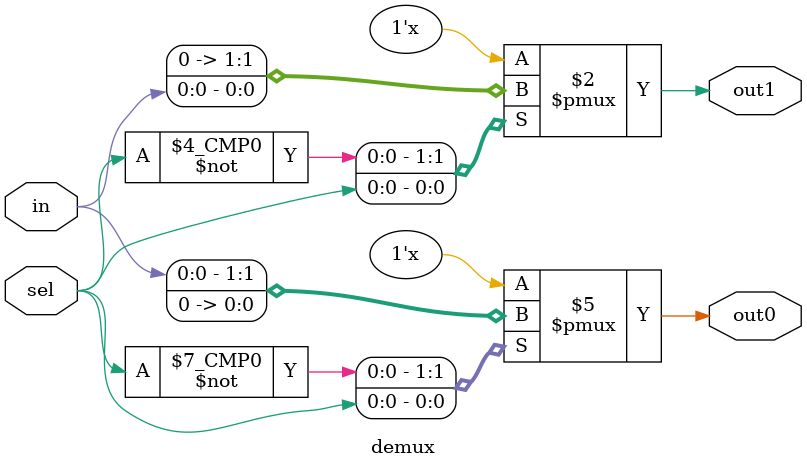
<source format=v>
module demux #(parameter [2:0] N=1)(
    input [N-1:0] in,
    input sel,
    output reg  [N-1:0] out0,
    output reg  [N-1:0] out1
);

always@(*)
    begin
        case(sel)
            0:
                begin
                    out0=in;
                    out1=0;
                end
            1:
                begin
                    out0=0;
                    out1=in;
                end
        endcase
    end
endmodule
</source>
